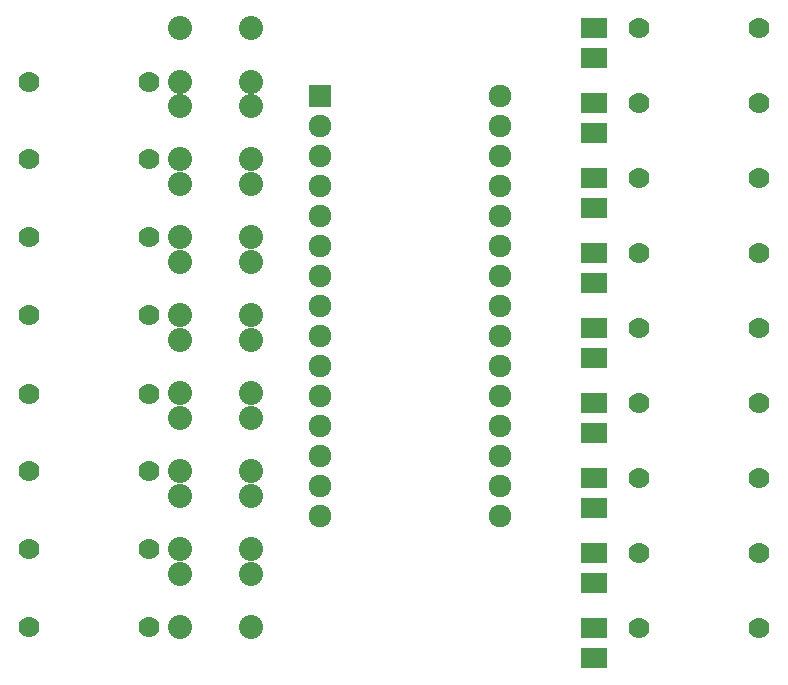
<source format=gbr>
G04 DesignSpark PCB Gerber Version 10.0 Build 5299*
G04 #@! TF.Part,Single*
G04 #@! TF.FileFunction,Soldermask,Bot*
G04 #@! TF.FilePolarity,Negative*
%FSLAX35Y35*%
%MOIN*%
G04 #@! TA.AperFunction,ComponentPad*
%ADD16R,0.07555X0.07555*%
%ADD19C,0.07000*%
%ADD17C,0.07555*%
%ADD18R,0.09000X0.07000*%
%ADD70C,0.08000*%
G04 #@! TD.AperFunction*
X0Y0D02*
D02*
D16*
X102962Y197450D03*
D02*
D17*
Y57450D03*
Y67450D03*
Y77450D03*
Y87450D03*
Y97450D03*
Y107450D03*
Y117450D03*
Y127450D03*
Y137450D03*
Y147450D03*
Y157450D03*
Y167450D03*
Y177450D03*
Y187450D03*
X162962Y57450D03*
Y67450D03*
Y77450D03*
Y87450D03*
Y97450D03*
Y107450D03*
Y117450D03*
Y127450D03*
Y137450D03*
Y147450D03*
Y157450D03*
Y167450D03*
Y177450D03*
Y187450D03*
Y197450D03*
D02*
D18*
X194301Y9950D03*
Y19950D03*
Y34950D03*
Y44950D03*
Y59950D03*
Y69950D03*
Y84950D03*
Y94950D03*
Y109950D03*
Y119950D03*
Y134950D03*
Y144950D03*
Y159950D03*
Y169950D03*
Y184950D03*
Y194950D03*
Y209950D03*
Y219950D03*
D02*
D19*
X6112Y20285D03*
Y46269D03*
Y72254D03*
Y98021D03*
Y124222D03*
Y150206D03*
Y176191D03*
Y202175D03*
X46112Y20285D03*
Y46269D03*
Y72254D03*
Y98021D03*
Y124222D03*
Y150206D03*
Y176191D03*
Y202175D03*
X209301Y19950D03*
Y44950D03*
Y69950D03*
Y94950D03*
Y119950D03*
Y144950D03*
Y169950D03*
Y194950D03*
Y219950D03*
X249301Y19950D03*
Y44950D03*
Y69950D03*
Y94950D03*
Y119950D03*
Y144950D03*
Y169950D03*
Y194950D03*
Y219950D03*
D02*
D70*
X56506Y20285D03*
Y38002D03*
Y46269D03*
Y63986D03*
Y72254D03*
Y89970D03*
Y98238D03*
Y115954D03*
Y124222D03*
Y141939D03*
Y150206D03*
Y167923D03*
Y176191D03*
Y193907D03*
Y202175D03*
Y219891D03*
X80128Y20285D03*
Y38002D03*
Y46269D03*
Y63986D03*
Y72254D03*
Y89970D03*
Y98238D03*
Y115954D03*
Y124222D03*
Y141939D03*
Y150206D03*
Y167923D03*
Y176191D03*
Y193907D03*
Y202175D03*
Y219891D03*
X0Y0D02*
M02*

</source>
